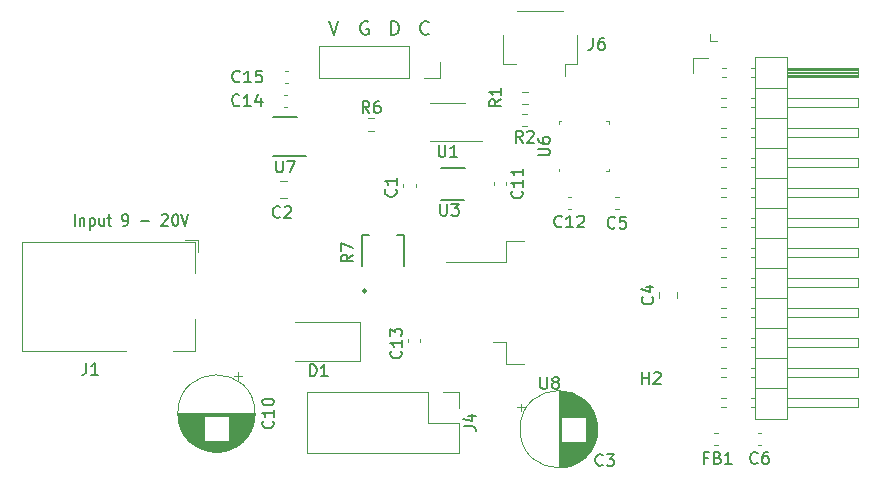
<source format=gbr>
%TF.GenerationSoftware,KiCad,Pcbnew,7.0.2-0*%
%TF.CreationDate,2024-01-05T15:47:56-05:00*%
%TF.ProjectId,WiringHarness,57697269-6e67-4486-9172-6e6573732e6b,rev?*%
%TF.SameCoordinates,Original*%
%TF.FileFunction,Legend,Top*%
%TF.FilePolarity,Positive*%
%FSLAX46Y46*%
G04 Gerber Fmt 4.6, Leading zero omitted, Abs format (unit mm)*
G04 Created by KiCad (PCBNEW 7.0.2-0) date 2024-01-05 15:47:56*
%MOMM*%
%LPD*%
G01*
G04 APERTURE LIST*
%ADD10C,0.150000*%
%ADD11C,0.120000*%
%ADD12C,0.127000*%
%ADD13C,0.240000*%
G04 APERTURE END LIST*
D10*
X149720285Y-77266142D02*
X150120285Y-78466142D01*
X150120285Y-78466142D02*
X150520285Y-77266142D01*
X153060285Y-77323285D02*
X152946000Y-77266142D01*
X152946000Y-77266142D02*
X152774571Y-77266142D01*
X152774571Y-77266142D02*
X152603142Y-77323285D01*
X152603142Y-77323285D02*
X152488857Y-77437571D01*
X152488857Y-77437571D02*
X152431714Y-77551857D01*
X152431714Y-77551857D02*
X152374571Y-77780428D01*
X152374571Y-77780428D02*
X152374571Y-77951857D01*
X152374571Y-77951857D02*
X152431714Y-78180428D01*
X152431714Y-78180428D02*
X152488857Y-78294714D01*
X152488857Y-78294714D02*
X152603142Y-78409000D01*
X152603142Y-78409000D02*
X152774571Y-78466142D01*
X152774571Y-78466142D02*
X152888857Y-78466142D01*
X152888857Y-78466142D02*
X153060285Y-78409000D01*
X153060285Y-78409000D02*
X153117428Y-78351857D01*
X153117428Y-78351857D02*
X153117428Y-77951857D01*
X153117428Y-77951857D02*
X152888857Y-77951857D01*
X158197428Y-78351857D02*
X158140285Y-78409000D01*
X158140285Y-78409000D02*
X157968857Y-78466142D01*
X157968857Y-78466142D02*
X157854571Y-78466142D01*
X157854571Y-78466142D02*
X157683142Y-78409000D01*
X157683142Y-78409000D02*
X157568857Y-78294714D01*
X157568857Y-78294714D02*
X157511714Y-78180428D01*
X157511714Y-78180428D02*
X157454571Y-77951857D01*
X157454571Y-77951857D02*
X157454571Y-77780428D01*
X157454571Y-77780428D02*
X157511714Y-77551857D01*
X157511714Y-77551857D02*
X157568857Y-77437571D01*
X157568857Y-77437571D02*
X157683142Y-77323285D01*
X157683142Y-77323285D02*
X157854571Y-77266142D01*
X157854571Y-77266142D02*
X157968857Y-77266142D01*
X157968857Y-77266142D02*
X158140285Y-77323285D01*
X158140285Y-77323285D02*
X158197428Y-77380428D01*
X154971714Y-78466142D02*
X154971714Y-77266142D01*
X154971714Y-77266142D02*
X155257428Y-77266142D01*
X155257428Y-77266142D02*
X155428857Y-77323285D01*
X155428857Y-77323285D02*
X155543142Y-77437571D01*
X155543142Y-77437571D02*
X155600285Y-77551857D01*
X155600285Y-77551857D02*
X155657428Y-77780428D01*
X155657428Y-77780428D02*
X155657428Y-77951857D01*
X155657428Y-77951857D02*
X155600285Y-78180428D01*
X155600285Y-78180428D02*
X155543142Y-78294714D01*
X155543142Y-78294714D02*
X155428857Y-78409000D01*
X155428857Y-78409000D02*
X155257428Y-78466142D01*
X155257428Y-78466142D02*
X154971714Y-78466142D01*
X128214285Y-94627619D02*
X128214285Y-93627619D01*
X128642856Y-93960952D02*
X128642856Y-94627619D01*
X128642856Y-94056190D02*
X128685713Y-94008571D01*
X128685713Y-94008571D02*
X128771428Y-93960952D01*
X128771428Y-93960952D02*
X128899999Y-93960952D01*
X128899999Y-93960952D02*
X128985713Y-94008571D01*
X128985713Y-94008571D02*
X129028571Y-94103809D01*
X129028571Y-94103809D02*
X129028571Y-94627619D01*
X129457142Y-93960952D02*
X129457142Y-94960952D01*
X129457142Y-94008571D02*
X129542857Y-93960952D01*
X129542857Y-93960952D02*
X129714285Y-93960952D01*
X129714285Y-93960952D02*
X129799999Y-94008571D01*
X129799999Y-94008571D02*
X129842857Y-94056190D01*
X129842857Y-94056190D02*
X129885714Y-94151428D01*
X129885714Y-94151428D02*
X129885714Y-94437142D01*
X129885714Y-94437142D02*
X129842857Y-94532380D01*
X129842857Y-94532380D02*
X129799999Y-94580000D01*
X129799999Y-94580000D02*
X129714285Y-94627619D01*
X129714285Y-94627619D02*
X129542857Y-94627619D01*
X129542857Y-94627619D02*
X129457142Y-94580000D01*
X130657143Y-93960952D02*
X130657143Y-94627619D01*
X130271428Y-93960952D02*
X130271428Y-94484761D01*
X130271428Y-94484761D02*
X130314285Y-94580000D01*
X130314285Y-94580000D02*
X130400000Y-94627619D01*
X130400000Y-94627619D02*
X130528571Y-94627619D01*
X130528571Y-94627619D02*
X130614285Y-94580000D01*
X130614285Y-94580000D02*
X130657143Y-94532380D01*
X130957143Y-93960952D02*
X131300000Y-93960952D01*
X131085714Y-93627619D02*
X131085714Y-94484761D01*
X131085714Y-94484761D02*
X131128571Y-94580000D01*
X131128571Y-94580000D02*
X131214286Y-94627619D01*
X131214286Y-94627619D02*
X131300000Y-94627619D01*
X132328571Y-94627619D02*
X132500000Y-94627619D01*
X132500000Y-94627619D02*
X132585714Y-94580000D01*
X132585714Y-94580000D02*
X132628571Y-94532380D01*
X132628571Y-94532380D02*
X132714286Y-94389523D01*
X132714286Y-94389523D02*
X132757143Y-94199047D01*
X132757143Y-94199047D02*
X132757143Y-93818095D01*
X132757143Y-93818095D02*
X132714286Y-93722857D01*
X132714286Y-93722857D02*
X132671429Y-93675238D01*
X132671429Y-93675238D02*
X132585714Y-93627619D01*
X132585714Y-93627619D02*
X132414286Y-93627619D01*
X132414286Y-93627619D02*
X132328571Y-93675238D01*
X132328571Y-93675238D02*
X132285714Y-93722857D01*
X132285714Y-93722857D02*
X132242857Y-93818095D01*
X132242857Y-93818095D02*
X132242857Y-94056190D01*
X132242857Y-94056190D02*
X132285714Y-94151428D01*
X132285714Y-94151428D02*
X132328571Y-94199047D01*
X132328571Y-94199047D02*
X132414286Y-94246666D01*
X132414286Y-94246666D02*
X132585714Y-94246666D01*
X132585714Y-94246666D02*
X132671429Y-94199047D01*
X132671429Y-94199047D02*
X132714286Y-94151428D01*
X132714286Y-94151428D02*
X132757143Y-94056190D01*
X133828571Y-94246666D02*
X134514286Y-94246666D01*
X135585714Y-93722857D02*
X135628571Y-93675238D01*
X135628571Y-93675238D02*
X135714286Y-93627619D01*
X135714286Y-93627619D02*
X135928571Y-93627619D01*
X135928571Y-93627619D02*
X136014286Y-93675238D01*
X136014286Y-93675238D02*
X136057143Y-93722857D01*
X136057143Y-93722857D02*
X136100000Y-93818095D01*
X136100000Y-93818095D02*
X136100000Y-93913333D01*
X136100000Y-93913333D02*
X136057143Y-94056190D01*
X136057143Y-94056190D02*
X135542857Y-94627619D01*
X135542857Y-94627619D02*
X136100000Y-94627619D01*
X136657143Y-93627619D02*
X136742857Y-93627619D01*
X136742857Y-93627619D02*
X136828571Y-93675238D01*
X136828571Y-93675238D02*
X136871429Y-93722857D01*
X136871429Y-93722857D02*
X136914286Y-93818095D01*
X136914286Y-93818095D02*
X136957143Y-94008571D01*
X136957143Y-94008571D02*
X136957143Y-94246666D01*
X136957143Y-94246666D02*
X136914286Y-94437142D01*
X136914286Y-94437142D02*
X136871429Y-94532380D01*
X136871429Y-94532380D02*
X136828571Y-94580000D01*
X136828571Y-94580000D02*
X136742857Y-94627619D01*
X136742857Y-94627619D02*
X136657143Y-94627619D01*
X136657143Y-94627619D02*
X136571429Y-94580000D01*
X136571429Y-94580000D02*
X136528571Y-94532380D01*
X136528571Y-94532380D02*
X136485714Y-94437142D01*
X136485714Y-94437142D02*
X136442857Y-94246666D01*
X136442857Y-94246666D02*
X136442857Y-94008571D01*
X136442857Y-94008571D02*
X136485714Y-93818095D01*
X136485714Y-93818095D02*
X136528571Y-93722857D01*
X136528571Y-93722857D02*
X136571429Y-93675238D01*
X136571429Y-93675238D02*
X136657143Y-93627619D01*
X137214286Y-93627619D02*
X137514286Y-94627619D01*
X137514286Y-94627619D02*
X137814286Y-93627619D01*
%TO.C,C4*%
X177109380Y-100623666D02*
X177157000Y-100671285D01*
X177157000Y-100671285D02*
X177204619Y-100814142D01*
X177204619Y-100814142D02*
X177204619Y-100909380D01*
X177204619Y-100909380D02*
X177157000Y-101052237D01*
X177157000Y-101052237D02*
X177061761Y-101147475D01*
X177061761Y-101147475D02*
X176966523Y-101195094D01*
X176966523Y-101195094D02*
X176776047Y-101242713D01*
X176776047Y-101242713D02*
X176633190Y-101242713D01*
X176633190Y-101242713D02*
X176442714Y-101195094D01*
X176442714Y-101195094D02*
X176347476Y-101147475D01*
X176347476Y-101147475D02*
X176252238Y-101052237D01*
X176252238Y-101052237D02*
X176204619Y-100909380D01*
X176204619Y-100909380D02*
X176204619Y-100814142D01*
X176204619Y-100814142D02*
X176252238Y-100671285D01*
X176252238Y-100671285D02*
X176299857Y-100623666D01*
X176537952Y-99766523D02*
X177204619Y-99766523D01*
X176157000Y-100004618D02*
X176871285Y-100242713D01*
X176871285Y-100242713D02*
X176871285Y-99623666D01*
%TO.C,C15*%
X142181342Y-82383980D02*
X142133723Y-82431600D01*
X142133723Y-82431600D02*
X141990866Y-82479219D01*
X141990866Y-82479219D02*
X141895628Y-82479219D01*
X141895628Y-82479219D02*
X141752771Y-82431600D01*
X141752771Y-82431600D02*
X141657533Y-82336361D01*
X141657533Y-82336361D02*
X141609914Y-82241123D01*
X141609914Y-82241123D02*
X141562295Y-82050647D01*
X141562295Y-82050647D02*
X141562295Y-81907790D01*
X141562295Y-81907790D02*
X141609914Y-81717314D01*
X141609914Y-81717314D02*
X141657533Y-81622076D01*
X141657533Y-81622076D02*
X141752771Y-81526838D01*
X141752771Y-81526838D02*
X141895628Y-81479219D01*
X141895628Y-81479219D02*
X141990866Y-81479219D01*
X141990866Y-81479219D02*
X142133723Y-81526838D01*
X142133723Y-81526838D02*
X142181342Y-81574457D01*
X143133723Y-82479219D02*
X142562295Y-82479219D01*
X142848009Y-82479219D02*
X142848009Y-81479219D01*
X142848009Y-81479219D02*
X142752771Y-81622076D01*
X142752771Y-81622076D02*
X142657533Y-81717314D01*
X142657533Y-81717314D02*
X142562295Y-81764933D01*
X144038485Y-81479219D02*
X143562295Y-81479219D01*
X143562295Y-81479219D02*
X143514676Y-81955409D01*
X143514676Y-81955409D02*
X143562295Y-81907790D01*
X143562295Y-81907790D02*
X143657533Y-81860171D01*
X143657533Y-81860171D02*
X143895628Y-81860171D01*
X143895628Y-81860171D02*
X143990866Y-81907790D01*
X143990866Y-81907790D02*
X144038485Y-81955409D01*
X144038485Y-81955409D02*
X144086104Y-82050647D01*
X144086104Y-82050647D02*
X144086104Y-82288742D01*
X144086104Y-82288742D02*
X144038485Y-82383980D01*
X144038485Y-82383980D02*
X143990866Y-82431600D01*
X143990866Y-82431600D02*
X143895628Y-82479219D01*
X143895628Y-82479219D02*
X143657533Y-82479219D01*
X143657533Y-82479219D02*
X143562295Y-82431600D01*
X143562295Y-82431600D02*
X143514676Y-82383980D01*
%TO.C,J4*%
X161162619Y-111603333D02*
X161876904Y-111603333D01*
X161876904Y-111603333D02*
X162019761Y-111650952D01*
X162019761Y-111650952D02*
X162115000Y-111746190D01*
X162115000Y-111746190D02*
X162162619Y-111889047D01*
X162162619Y-111889047D02*
X162162619Y-111984285D01*
X161495952Y-110698571D02*
X162162619Y-110698571D01*
X161115000Y-110936666D02*
X161829285Y-111174761D01*
X161829285Y-111174761D02*
X161829285Y-110555714D01*
%TO.C,C5*%
X173950333Y-94753780D02*
X173902714Y-94801400D01*
X173902714Y-94801400D02*
X173759857Y-94849019D01*
X173759857Y-94849019D02*
X173664619Y-94849019D01*
X173664619Y-94849019D02*
X173521762Y-94801400D01*
X173521762Y-94801400D02*
X173426524Y-94706161D01*
X173426524Y-94706161D02*
X173378905Y-94610923D01*
X173378905Y-94610923D02*
X173331286Y-94420447D01*
X173331286Y-94420447D02*
X173331286Y-94277590D01*
X173331286Y-94277590D02*
X173378905Y-94087114D01*
X173378905Y-94087114D02*
X173426524Y-93991876D01*
X173426524Y-93991876D02*
X173521762Y-93896638D01*
X173521762Y-93896638D02*
X173664619Y-93849019D01*
X173664619Y-93849019D02*
X173759857Y-93849019D01*
X173759857Y-93849019D02*
X173902714Y-93896638D01*
X173902714Y-93896638D02*
X173950333Y-93944257D01*
X174855095Y-93849019D02*
X174378905Y-93849019D01*
X174378905Y-93849019D02*
X174331286Y-94325209D01*
X174331286Y-94325209D02*
X174378905Y-94277590D01*
X174378905Y-94277590D02*
X174474143Y-94229971D01*
X174474143Y-94229971D02*
X174712238Y-94229971D01*
X174712238Y-94229971D02*
X174807476Y-94277590D01*
X174807476Y-94277590D02*
X174855095Y-94325209D01*
X174855095Y-94325209D02*
X174902714Y-94420447D01*
X174902714Y-94420447D02*
X174902714Y-94658542D01*
X174902714Y-94658542D02*
X174855095Y-94753780D01*
X174855095Y-94753780D02*
X174807476Y-94801400D01*
X174807476Y-94801400D02*
X174712238Y-94849019D01*
X174712238Y-94849019D02*
X174474143Y-94849019D01*
X174474143Y-94849019D02*
X174378905Y-94801400D01*
X174378905Y-94801400D02*
X174331286Y-94753780D01*
%TO.C,C12*%
X169435542Y-94652180D02*
X169387923Y-94699800D01*
X169387923Y-94699800D02*
X169245066Y-94747419D01*
X169245066Y-94747419D02*
X169149828Y-94747419D01*
X169149828Y-94747419D02*
X169006971Y-94699800D01*
X169006971Y-94699800D02*
X168911733Y-94604561D01*
X168911733Y-94604561D02*
X168864114Y-94509323D01*
X168864114Y-94509323D02*
X168816495Y-94318847D01*
X168816495Y-94318847D02*
X168816495Y-94175990D01*
X168816495Y-94175990D02*
X168864114Y-93985514D01*
X168864114Y-93985514D02*
X168911733Y-93890276D01*
X168911733Y-93890276D02*
X169006971Y-93795038D01*
X169006971Y-93795038D02*
X169149828Y-93747419D01*
X169149828Y-93747419D02*
X169245066Y-93747419D01*
X169245066Y-93747419D02*
X169387923Y-93795038D01*
X169387923Y-93795038D02*
X169435542Y-93842657D01*
X170387923Y-94747419D02*
X169816495Y-94747419D01*
X170102209Y-94747419D02*
X170102209Y-93747419D01*
X170102209Y-93747419D02*
X170006971Y-93890276D01*
X170006971Y-93890276D02*
X169911733Y-93985514D01*
X169911733Y-93985514D02*
X169816495Y-94033133D01*
X170768876Y-93842657D02*
X170816495Y-93795038D01*
X170816495Y-93795038D02*
X170911733Y-93747419D01*
X170911733Y-93747419D02*
X171149828Y-93747419D01*
X171149828Y-93747419D02*
X171245066Y-93795038D01*
X171245066Y-93795038D02*
X171292685Y-93842657D01*
X171292685Y-93842657D02*
X171340304Y-93937895D01*
X171340304Y-93937895D02*
X171340304Y-94033133D01*
X171340304Y-94033133D02*
X171292685Y-94175990D01*
X171292685Y-94175990D02*
X170721257Y-94747419D01*
X170721257Y-94747419D02*
X171340304Y-94747419D01*
%TO.C,C13*%
X155817380Y-105217857D02*
X155865000Y-105265476D01*
X155865000Y-105265476D02*
X155912619Y-105408333D01*
X155912619Y-105408333D02*
X155912619Y-105503571D01*
X155912619Y-105503571D02*
X155865000Y-105646428D01*
X155865000Y-105646428D02*
X155769761Y-105741666D01*
X155769761Y-105741666D02*
X155674523Y-105789285D01*
X155674523Y-105789285D02*
X155484047Y-105836904D01*
X155484047Y-105836904D02*
X155341190Y-105836904D01*
X155341190Y-105836904D02*
X155150714Y-105789285D01*
X155150714Y-105789285D02*
X155055476Y-105741666D01*
X155055476Y-105741666D02*
X154960238Y-105646428D01*
X154960238Y-105646428D02*
X154912619Y-105503571D01*
X154912619Y-105503571D02*
X154912619Y-105408333D01*
X154912619Y-105408333D02*
X154960238Y-105265476D01*
X154960238Y-105265476D02*
X155007857Y-105217857D01*
X155912619Y-104265476D02*
X155912619Y-104836904D01*
X155912619Y-104551190D02*
X154912619Y-104551190D01*
X154912619Y-104551190D02*
X155055476Y-104646428D01*
X155055476Y-104646428D02*
X155150714Y-104741666D01*
X155150714Y-104741666D02*
X155198333Y-104836904D01*
X154912619Y-103932142D02*
X154912619Y-103313095D01*
X154912619Y-103313095D02*
X155293571Y-103646428D01*
X155293571Y-103646428D02*
X155293571Y-103503571D01*
X155293571Y-103503571D02*
X155341190Y-103408333D01*
X155341190Y-103408333D02*
X155388809Y-103360714D01*
X155388809Y-103360714D02*
X155484047Y-103313095D01*
X155484047Y-103313095D02*
X155722142Y-103313095D01*
X155722142Y-103313095D02*
X155817380Y-103360714D01*
X155817380Y-103360714D02*
X155865000Y-103408333D01*
X155865000Y-103408333D02*
X155912619Y-103503571D01*
X155912619Y-103503571D02*
X155912619Y-103789285D01*
X155912619Y-103789285D02*
X155865000Y-103884523D01*
X155865000Y-103884523D02*
X155817380Y-103932142D01*
%TO.C,H2*%
X176238095Y-108012619D02*
X176238095Y-107012619D01*
X176238095Y-107488809D02*
X176809523Y-107488809D01*
X176809523Y-108012619D02*
X176809523Y-107012619D01*
X177238095Y-107107857D02*
X177285714Y-107060238D01*
X177285714Y-107060238D02*
X177380952Y-107012619D01*
X177380952Y-107012619D02*
X177619047Y-107012619D01*
X177619047Y-107012619D02*
X177714285Y-107060238D01*
X177714285Y-107060238D02*
X177761904Y-107107857D01*
X177761904Y-107107857D02*
X177809523Y-107203095D01*
X177809523Y-107203095D02*
X177809523Y-107298333D01*
X177809523Y-107298333D02*
X177761904Y-107441190D01*
X177761904Y-107441190D02*
X177190476Y-108012619D01*
X177190476Y-108012619D02*
X177809523Y-108012619D01*
%TO.C,U8*%
X167640095Y-107412619D02*
X167640095Y-108222142D01*
X167640095Y-108222142D02*
X167687714Y-108317380D01*
X167687714Y-108317380D02*
X167735333Y-108365000D01*
X167735333Y-108365000D02*
X167830571Y-108412619D01*
X167830571Y-108412619D02*
X168021047Y-108412619D01*
X168021047Y-108412619D02*
X168116285Y-108365000D01*
X168116285Y-108365000D02*
X168163904Y-108317380D01*
X168163904Y-108317380D02*
X168211523Y-108222142D01*
X168211523Y-108222142D02*
X168211523Y-107412619D01*
X168830571Y-107841190D02*
X168735333Y-107793571D01*
X168735333Y-107793571D02*
X168687714Y-107745952D01*
X168687714Y-107745952D02*
X168640095Y-107650714D01*
X168640095Y-107650714D02*
X168640095Y-107603095D01*
X168640095Y-107603095D02*
X168687714Y-107507857D01*
X168687714Y-107507857D02*
X168735333Y-107460238D01*
X168735333Y-107460238D02*
X168830571Y-107412619D01*
X168830571Y-107412619D02*
X169021047Y-107412619D01*
X169021047Y-107412619D02*
X169116285Y-107460238D01*
X169116285Y-107460238D02*
X169163904Y-107507857D01*
X169163904Y-107507857D02*
X169211523Y-107603095D01*
X169211523Y-107603095D02*
X169211523Y-107650714D01*
X169211523Y-107650714D02*
X169163904Y-107745952D01*
X169163904Y-107745952D02*
X169116285Y-107793571D01*
X169116285Y-107793571D02*
X169021047Y-107841190D01*
X169021047Y-107841190D02*
X168830571Y-107841190D01*
X168830571Y-107841190D02*
X168735333Y-107888809D01*
X168735333Y-107888809D02*
X168687714Y-107936428D01*
X168687714Y-107936428D02*
X168640095Y-108031666D01*
X168640095Y-108031666D02*
X168640095Y-108222142D01*
X168640095Y-108222142D02*
X168687714Y-108317380D01*
X168687714Y-108317380D02*
X168735333Y-108365000D01*
X168735333Y-108365000D02*
X168830571Y-108412619D01*
X168830571Y-108412619D02*
X169021047Y-108412619D01*
X169021047Y-108412619D02*
X169116285Y-108365000D01*
X169116285Y-108365000D02*
X169163904Y-108317380D01*
X169163904Y-108317380D02*
X169211523Y-108222142D01*
X169211523Y-108222142D02*
X169211523Y-108031666D01*
X169211523Y-108031666D02*
X169163904Y-107936428D01*
X169163904Y-107936428D02*
X169116285Y-107888809D01*
X169116285Y-107888809D02*
X169021047Y-107841190D01*
%TO.C,C2*%
X145603333Y-93837380D02*
X145555714Y-93885000D01*
X145555714Y-93885000D02*
X145412857Y-93932619D01*
X145412857Y-93932619D02*
X145317619Y-93932619D01*
X145317619Y-93932619D02*
X145174762Y-93885000D01*
X145174762Y-93885000D02*
X145079524Y-93789761D01*
X145079524Y-93789761D02*
X145031905Y-93694523D01*
X145031905Y-93694523D02*
X144984286Y-93504047D01*
X144984286Y-93504047D02*
X144984286Y-93361190D01*
X144984286Y-93361190D02*
X145031905Y-93170714D01*
X145031905Y-93170714D02*
X145079524Y-93075476D01*
X145079524Y-93075476D02*
X145174762Y-92980238D01*
X145174762Y-92980238D02*
X145317619Y-92932619D01*
X145317619Y-92932619D02*
X145412857Y-92932619D01*
X145412857Y-92932619D02*
X145555714Y-92980238D01*
X145555714Y-92980238D02*
X145603333Y-93027857D01*
X145984286Y-93027857D02*
X146031905Y-92980238D01*
X146031905Y-92980238D02*
X146127143Y-92932619D01*
X146127143Y-92932619D02*
X146365238Y-92932619D01*
X146365238Y-92932619D02*
X146460476Y-92980238D01*
X146460476Y-92980238D02*
X146508095Y-93027857D01*
X146508095Y-93027857D02*
X146555714Y-93123095D01*
X146555714Y-93123095D02*
X146555714Y-93218333D01*
X146555714Y-93218333D02*
X146508095Y-93361190D01*
X146508095Y-93361190D02*
X145936667Y-93932619D01*
X145936667Y-93932619D02*
X146555714Y-93932619D01*
%TO.C,C3*%
X172908933Y-114845180D02*
X172861314Y-114892800D01*
X172861314Y-114892800D02*
X172718457Y-114940419D01*
X172718457Y-114940419D02*
X172623219Y-114940419D01*
X172623219Y-114940419D02*
X172480362Y-114892800D01*
X172480362Y-114892800D02*
X172385124Y-114797561D01*
X172385124Y-114797561D02*
X172337505Y-114702323D01*
X172337505Y-114702323D02*
X172289886Y-114511847D01*
X172289886Y-114511847D02*
X172289886Y-114368990D01*
X172289886Y-114368990D02*
X172337505Y-114178514D01*
X172337505Y-114178514D02*
X172385124Y-114083276D01*
X172385124Y-114083276D02*
X172480362Y-113988038D01*
X172480362Y-113988038D02*
X172623219Y-113940419D01*
X172623219Y-113940419D02*
X172718457Y-113940419D01*
X172718457Y-113940419D02*
X172861314Y-113988038D01*
X172861314Y-113988038D02*
X172908933Y-114035657D01*
X173242267Y-113940419D02*
X173861314Y-113940419D01*
X173861314Y-113940419D02*
X173527981Y-114321371D01*
X173527981Y-114321371D02*
X173670838Y-114321371D01*
X173670838Y-114321371D02*
X173766076Y-114368990D01*
X173766076Y-114368990D02*
X173813695Y-114416609D01*
X173813695Y-114416609D02*
X173861314Y-114511847D01*
X173861314Y-114511847D02*
X173861314Y-114749942D01*
X173861314Y-114749942D02*
X173813695Y-114845180D01*
X173813695Y-114845180D02*
X173766076Y-114892800D01*
X173766076Y-114892800D02*
X173670838Y-114940419D01*
X173670838Y-114940419D02*
X173385124Y-114940419D01*
X173385124Y-114940419D02*
X173289886Y-114892800D01*
X173289886Y-114892800D02*
X173242267Y-114845180D01*
%TO.C,U3*%
X159153095Y-92755019D02*
X159153095Y-93564542D01*
X159153095Y-93564542D02*
X159200714Y-93659780D01*
X159200714Y-93659780D02*
X159248333Y-93707400D01*
X159248333Y-93707400D02*
X159343571Y-93755019D01*
X159343571Y-93755019D02*
X159534047Y-93755019D01*
X159534047Y-93755019D02*
X159629285Y-93707400D01*
X159629285Y-93707400D02*
X159676904Y-93659780D01*
X159676904Y-93659780D02*
X159724523Y-93564542D01*
X159724523Y-93564542D02*
X159724523Y-92755019D01*
X160105476Y-92755019D02*
X160724523Y-92755019D01*
X160724523Y-92755019D02*
X160391190Y-93135971D01*
X160391190Y-93135971D02*
X160534047Y-93135971D01*
X160534047Y-93135971D02*
X160629285Y-93183590D01*
X160629285Y-93183590D02*
X160676904Y-93231209D01*
X160676904Y-93231209D02*
X160724523Y-93326447D01*
X160724523Y-93326447D02*
X160724523Y-93564542D01*
X160724523Y-93564542D02*
X160676904Y-93659780D01*
X160676904Y-93659780D02*
X160629285Y-93707400D01*
X160629285Y-93707400D02*
X160534047Y-93755019D01*
X160534047Y-93755019D02*
X160248333Y-93755019D01*
X160248333Y-93755019D02*
X160153095Y-93707400D01*
X160153095Y-93707400D02*
X160105476Y-93659780D01*
%TO.C,D1*%
X148105905Y-107356619D02*
X148105905Y-106356619D01*
X148105905Y-106356619D02*
X148344000Y-106356619D01*
X148344000Y-106356619D02*
X148486857Y-106404238D01*
X148486857Y-106404238D02*
X148582095Y-106499476D01*
X148582095Y-106499476D02*
X148629714Y-106594714D01*
X148629714Y-106594714D02*
X148677333Y-106785190D01*
X148677333Y-106785190D02*
X148677333Y-106928047D01*
X148677333Y-106928047D02*
X148629714Y-107118523D01*
X148629714Y-107118523D02*
X148582095Y-107213761D01*
X148582095Y-107213761D02*
X148486857Y-107309000D01*
X148486857Y-107309000D02*
X148344000Y-107356619D01*
X148344000Y-107356619D02*
X148105905Y-107356619D01*
X149629714Y-107356619D02*
X149058286Y-107356619D01*
X149344000Y-107356619D02*
X149344000Y-106356619D01*
X149344000Y-106356619D02*
X149248762Y-106499476D01*
X149248762Y-106499476D02*
X149153524Y-106594714D01*
X149153524Y-106594714D02*
X149058286Y-106642333D01*
%TO.C,J6*%
X172081866Y-78710619D02*
X172081866Y-79424904D01*
X172081866Y-79424904D02*
X172034247Y-79567761D01*
X172034247Y-79567761D02*
X171939009Y-79663000D01*
X171939009Y-79663000D02*
X171796152Y-79710619D01*
X171796152Y-79710619D02*
X171700914Y-79710619D01*
X172986628Y-78710619D02*
X172796152Y-78710619D01*
X172796152Y-78710619D02*
X172700914Y-78758238D01*
X172700914Y-78758238D02*
X172653295Y-78805857D01*
X172653295Y-78805857D02*
X172558057Y-78948714D01*
X172558057Y-78948714D02*
X172510438Y-79139190D01*
X172510438Y-79139190D02*
X172510438Y-79520142D01*
X172510438Y-79520142D02*
X172558057Y-79615380D01*
X172558057Y-79615380D02*
X172605676Y-79663000D01*
X172605676Y-79663000D02*
X172700914Y-79710619D01*
X172700914Y-79710619D02*
X172891390Y-79710619D01*
X172891390Y-79710619D02*
X172986628Y-79663000D01*
X172986628Y-79663000D02*
X173034247Y-79615380D01*
X173034247Y-79615380D02*
X173081866Y-79520142D01*
X173081866Y-79520142D02*
X173081866Y-79282047D01*
X173081866Y-79282047D02*
X173034247Y-79186809D01*
X173034247Y-79186809D02*
X172986628Y-79139190D01*
X172986628Y-79139190D02*
X172891390Y-79091571D01*
X172891390Y-79091571D02*
X172700914Y-79091571D01*
X172700914Y-79091571D02*
X172605676Y-79139190D01*
X172605676Y-79139190D02*
X172558057Y-79186809D01*
X172558057Y-79186809D02*
X172510438Y-79282047D01*
%TO.C,FB1*%
X181792666Y-114238809D02*
X181459333Y-114238809D01*
X181459333Y-114762619D02*
X181459333Y-113762619D01*
X181459333Y-113762619D02*
X181935523Y-113762619D01*
X182649809Y-114238809D02*
X182792666Y-114286428D01*
X182792666Y-114286428D02*
X182840285Y-114334047D01*
X182840285Y-114334047D02*
X182887904Y-114429285D01*
X182887904Y-114429285D02*
X182887904Y-114572142D01*
X182887904Y-114572142D02*
X182840285Y-114667380D01*
X182840285Y-114667380D02*
X182792666Y-114715000D01*
X182792666Y-114715000D02*
X182697428Y-114762619D01*
X182697428Y-114762619D02*
X182316476Y-114762619D01*
X182316476Y-114762619D02*
X182316476Y-113762619D01*
X182316476Y-113762619D02*
X182649809Y-113762619D01*
X182649809Y-113762619D02*
X182745047Y-113810238D01*
X182745047Y-113810238D02*
X182792666Y-113857857D01*
X182792666Y-113857857D02*
X182840285Y-113953095D01*
X182840285Y-113953095D02*
X182840285Y-114048333D01*
X182840285Y-114048333D02*
X182792666Y-114143571D01*
X182792666Y-114143571D02*
X182745047Y-114191190D01*
X182745047Y-114191190D02*
X182649809Y-114238809D01*
X182649809Y-114238809D02*
X182316476Y-114238809D01*
X183840285Y-114762619D02*
X183268857Y-114762619D01*
X183554571Y-114762619D02*
X183554571Y-113762619D01*
X183554571Y-113762619D02*
X183459333Y-113905476D01*
X183459333Y-113905476D02*
X183364095Y-114000714D01*
X183364095Y-114000714D02*
X183268857Y-114048333D01*
%TO.C,C6*%
X186015333Y-114667380D02*
X185967714Y-114715000D01*
X185967714Y-114715000D02*
X185824857Y-114762619D01*
X185824857Y-114762619D02*
X185729619Y-114762619D01*
X185729619Y-114762619D02*
X185586762Y-114715000D01*
X185586762Y-114715000D02*
X185491524Y-114619761D01*
X185491524Y-114619761D02*
X185443905Y-114524523D01*
X185443905Y-114524523D02*
X185396286Y-114334047D01*
X185396286Y-114334047D02*
X185396286Y-114191190D01*
X185396286Y-114191190D02*
X185443905Y-114000714D01*
X185443905Y-114000714D02*
X185491524Y-113905476D01*
X185491524Y-113905476D02*
X185586762Y-113810238D01*
X185586762Y-113810238D02*
X185729619Y-113762619D01*
X185729619Y-113762619D02*
X185824857Y-113762619D01*
X185824857Y-113762619D02*
X185967714Y-113810238D01*
X185967714Y-113810238D02*
X186015333Y-113857857D01*
X186872476Y-113762619D02*
X186682000Y-113762619D01*
X186682000Y-113762619D02*
X186586762Y-113810238D01*
X186586762Y-113810238D02*
X186539143Y-113857857D01*
X186539143Y-113857857D02*
X186443905Y-114000714D01*
X186443905Y-114000714D02*
X186396286Y-114191190D01*
X186396286Y-114191190D02*
X186396286Y-114572142D01*
X186396286Y-114572142D02*
X186443905Y-114667380D01*
X186443905Y-114667380D02*
X186491524Y-114715000D01*
X186491524Y-114715000D02*
X186586762Y-114762619D01*
X186586762Y-114762619D02*
X186777238Y-114762619D01*
X186777238Y-114762619D02*
X186872476Y-114715000D01*
X186872476Y-114715000D02*
X186920095Y-114667380D01*
X186920095Y-114667380D02*
X186967714Y-114572142D01*
X186967714Y-114572142D02*
X186967714Y-114334047D01*
X186967714Y-114334047D02*
X186920095Y-114238809D01*
X186920095Y-114238809D02*
X186872476Y-114191190D01*
X186872476Y-114191190D02*
X186777238Y-114143571D01*
X186777238Y-114143571D02*
X186586762Y-114143571D01*
X186586762Y-114143571D02*
X186491524Y-114191190D01*
X186491524Y-114191190D02*
X186443905Y-114238809D01*
X186443905Y-114238809D02*
X186396286Y-114334047D01*
%TO.C,C11*%
X166047380Y-91667857D02*
X166095000Y-91715476D01*
X166095000Y-91715476D02*
X166142619Y-91858333D01*
X166142619Y-91858333D02*
X166142619Y-91953571D01*
X166142619Y-91953571D02*
X166095000Y-92096428D01*
X166095000Y-92096428D02*
X165999761Y-92191666D01*
X165999761Y-92191666D02*
X165904523Y-92239285D01*
X165904523Y-92239285D02*
X165714047Y-92286904D01*
X165714047Y-92286904D02*
X165571190Y-92286904D01*
X165571190Y-92286904D02*
X165380714Y-92239285D01*
X165380714Y-92239285D02*
X165285476Y-92191666D01*
X165285476Y-92191666D02*
X165190238Y-92096428D01*
X165190238Y-92096428D02*
X165142619Y-91953571D01*
X165142619Y-91953571D02*
X165142619Y-91858333D01*
X165142619Y-91858333D02*
X165190238Y-91715476D01*
X165190238Y-91715476D02*
X165237857Y-91667857D01*
X166142619Y-90715476D02*
X166142619Y-91286904D01*
X166142619Y-91001190D02*
X165142619Y-91001190D01*
X165142619Y-91001190D02*
X165285476Y-91096428D01*
X165285476Y-91096428D02*
X165380714Y-91191666D01*
X165380714Y-91191666D02*
X165428333Y-91286904D01*
X166142619Y-89763095D02*
X166142619Y-90334523D01*
X166142619Y-90048809D02*
X165142619Y-90048809D01*
X165142619Y-90048809D02*
X165285476Y-90144047D01*
X165285476Y-90144047D02*
X165380714Y-90239285D01*
X165380714Y-90239285D02*
X165428333Y-90334523D01*
%TO.C,U1*%
X159008395Y-87764619D02*
X159008395Y-88574142D01*
X159008395Y-88574142D02*
X159056014Y-88669380D01*
X159056014Y-88669380D02*
X159103633Y-88717000D01*
X159103633Y-88717000D02*
X159198871Y-88764619D01*
X159198871Y-88764619D02*
X159389347Y-88764619D01*
X159389347Y-88764619D02*
X159484585Y-88717000D01*
X159484585Y-88717000D02*
X159532204Y-88669380D01*
X159532204Y-88669380D02*
X159579823Y-88574142D01*
X159579823Y-88574142D02*
X159579823Y-87764619D01*
X160579823Y-88764619D02*
X160008395Y-88764619D01*
X160294109Y-88764619D02*
X160294109Y-87764619D01*
X160294109Y-87764619D02*
X160198871Y-87907476D01*
X160198871Y-87907476D02*
X160103633Y-88002714D01*
X160103633Y-88002714D02*
X160008395Y-88050333D01*
%TO.C,J1*%
X129166666Y-106212619D02*
X129166666Y-106926904D01*
X129166666Y-106926904D02*
X129119047Y-107069761D01*
X129119047Y-107069761D02*
X129023809Y-107165000D01*
X129023809Y-107165000D02*
X128880952Y-107212619D01*
X128880952Y-107212619D02*
X128785714Y-107212619D01*
X130166666Y-107212619D02*
X129595238Y-107212619D01*
X129880952Y-107212619D02*
X129880952Y-106212619D01*
X129880952Y-106212619D02*
X129785714Y-106355476D01*
X129785714Y-106355476D02*
X129690476Y-106450714D01*
X129690476Y-106450714D02*
X129595238Y-106498333D01*
%TO.C,R6*%
X153147733Y-85062419D02*
X152814400Y-84586228D01*
X152576305Y-85062419D02*
X152576305Y-84062419D01*
X152576305Y-84062419D02*
X152957257Y-84062419D01*
X152957257Y-84062419D02*
X153052495Y-84110038D01*
X153052495Y-84110038D02*
X153100114Y-84157657D01*
X153100114Y-84157657D02*
X153147733Y-84252895D01*
X153147733Y-84252895D02*
X153147733Y-84395752D01*
X153147733Y-84395752D02*
X153100114Y-84490990D01*
X153100114Y-84490990D02*
X153052495Y-84538609D01*
X153052495Y-84538609D02*
X152957257Y-84586228D01*
X152957257Y-84586228D02*
X152576305Y-84586228D01*
X154004876Y-84062419D02*
X153814400Y-84062419D01*
X153814400Y-84062419D02*
X153719162Y-84110038D01*
X153719162Y-84110038D02*
X153671543Y-84157657D01*
X153671543Y-84157657D02*
X153576305Y-84300514D01*
X153576305Y-84300514D02*
X153528686Y-84490990D01*
X153528686Y-84490990D02*
X153528686Y-84871942D01*
X153528686Y-84871942D02*
X153576305Y-84967180D01*
X153576305Y-84967180D02*
X153623924Y-85014800D01*
X153623924Y-85014800D02*
X153719162Y-85062419D01*
X153719162Y-85062419D02*
X153909638Y-85062419D01*
X153909638Y-85062419D02*
X154004876Y-85014800D01*
X154004876Y-85014800D02*
X154052495Y-84967180D01*
X154052495Y-84967180D02*
X154100114Y-84871942D01*
X154100114Y-84871942D02*
X154100114Y-84633847D01*
X154100114Y-84633847D02*
X154052495Y-84538609D01*
X154052495Y-84538609D02*
X154004876Y-84490990D01*
X154004876Y-84490990D02*
X153909638Y-84443371D01*
X153909638Y-84443371D02*
X153719162Y-84443371D01*
X153719162Y-84443371D02*
X153623924Y-84490990D01*
X153623924Y-84490990D02*
X153576305Y-84538609D01*
X153576305Y-84538609D02*
X153528686Y-84633847D01*
%TO.C,R7*%
X151759230Y-97053043D02*
X151282961Y-97386431D01*
X151759230Y-97624566D02*
X150759065Y-97624566D01*
X150759065Y-97624566D02*
X150759065Y-97243551D01*
X150759065Y-97243551D02*
X150806692Y-97148297D01*
X150806692Y-97148297D02*
X150854319Y-97100670D01*
X150854319Y-97100670D02*
X150949573Y-97053043D01*
X150949573Y-97053043D02*
X151092454Y-97053043D01*
X151092454Y-97053043D02*
X151187708Y-97100670D01*
X151187708Y-97100670D02*
X151235334Y-97148297D01*
X151235334Y-97148297D02*
X151282961Y-97243551D01*
X151282961Y-97243551D02*
X151282961Y-97624566D01*
X150759065Y-96719655D02*
X150759065Y-96052878D01*
X150759065Y-96052878D02*
X151759230Y-96481520D01*
%TO.C,C10*%
X144967380Y-111142857D02*
X145015000Y-111190476D01*
X145015000Y-111190476D02*
X145062619Y-111333333D01*
X145062619Y-111333333D02*
X145062619Y-111428571D01*
X145062619Y-111428571D02*
X145015000Y-111571428D01*
X145015000Y-111571428D02*
X144919761Y-111666666D01*
X144919761Y-111666666D02*
X144824523Y-111714285D01*
X144824523Y-111714285D02*
X144634047Y-111761904D01*
X144634047Y-111761904D02*
X144491190Y-111761904D01*
X144491190Y-111761904D02*
X144300714Y-111714285D01*
X144300714Y-111714285D02*
X144205476Y-111666666D01*
X144205476Y-111666666D02*
X144110238Y-111571428D01*
X144110238Y-111571428D02*
X144062619Y-111428571D01*
X144062619Y-111428571D02*
X144062619Y-111333333D01*
X144062619Y-111333333D02*
X144110238Y-111190476D01*
X144110238Y-111190476D02*
X144157857Y-111142857D01*
X145062619Y-110190476D02*
X145062619Y-110761904D01*
X145062619Y-110476190D02*
X144062619Y-110476190D01*
X144062619Y-110476190D02*
X144205476Y-110571428D01*
X144205476Y-110571428D02*
X144300714Y-110666666D01*
X144300714Y-110666666D02*
X144348333Y-110761904D01*
X144062619Y-109571428D02*
X144062619Y-109476190D01*
X144062619Y-109476190D02*
X144110238Y-109380952D01*
X144110238Y-109380952D02*
X144157857Y-109333333D01*
X144157857Y-109333333D02*
X144253095Y-109285714D01*
X144253095Y-109285714D02*
X144443571Y-109238095D01*
X144443571Y-109238095D02*
X144681666Y-109238095D01*
X144681666Y-109238095D02*
X144872142Y-109285714D01*
X144872142Y-109285714D02*
X144967380Y-109333333D01*
X144967380Y-109333333D02*
X145015000Y-109380952D01*
X145015000Y-109380952D02*
X145062619Y-109476190D01*
X145062619Y-109476190D02*
X145062619Y-109571428D01*
X145062619Y-109571428D02*
X145015000Y-109666666D01*
X145015000Y-109666666D02*
X144967380Y-109714285D01*
X144967380Y-109714285D02*
X144872142Y-109761904D01*
X144872142Y-109761904D02*
X144681666Y-109809523D01*
X144681666Y-109809523D02*
X144443571Y-109809523D01*
X144443571Y-109809523D02*
X144253095Y-109761904D01*
X144253095Y-109761904D02*
X144157857Y-109714285D01*
X144157857Y-109714285D02*
X144110238Y-109666666D01*
X144110238Y-109666666D02*
X144062619Y-109571428D01*
%TO.C,C14*%
X142155942Y-84390580D02*
X142108323Y-84438200D01*
X142108323Y-84438200D02*
X141965466Y-84485819D01*
X141965466Y-84485819D02*
X141870228Y-84485819D01*
X141870228Y-84485819D02*
X141727371Y-84438200D01*
X141727371Y-84438200D02*
X141632133Y-84342961D01*
X141632133Y-84342961D02*
X141584514Y-84247723D01*
X141584514Y-84247723D02*
X141536895Y-84057247D01*
X141536895Y-84057247D02*
X141536895Y-83914390D01*
X141536895Y-83914390D02*
X141584514Y-83723914D01*
X141584514Y-83723914D02*
X141632133Y-83628676D01*
X141632133Y-83628676D02*
X141727371Y-83533438D01*
X141727371Y-83533438D02*
X141870228Y-83485819D01*
X141870228Y-83485819D02*
X141965466Y-83485819D01*
X141965466Y-83485819D02*
X142108323Y-83533438D01*
X142108323Y-83533438D02*
X142155942Y-83581057D01*
X143108323Y-84485819D02*
X142536895Y-84485819D01*
X142822609Y-84485819D02*
X142822609Y-83485819D01*
X142822609Y-83485819D02*
X142727371Y-83628676D01*
X142727371Y-83628676D02*
X142632133Y-83723914D01*
X142632133Y-83723914D02*
X142536895Y-83771533D01*
X143965466Y-83819152D02*
X143965466Y-84485819D01*
X143727371Y-83438200D02*
X143489276Y-84152485D01*
X143489276Y-84152485D02*
X144108323Y-84152485D01*
%TO.C,R2*%
X166127133Y-87566819D02*
X165793800Y-87090628D01*
X165555705Y-87566819D02*
X165555705Y-86566819D01*
X165555705Y-86566819D02*
X165936657Y-86566819D01*
X165936657Y-86566819D02*
X166031895Y-86614438D01*
X166031895Y-86614438D02*
X166079514Y-86662057D01*
X166079514Y-86662057D02*
X166127133Y-86757295D01*
X166127133Y-86757295D02*
X166127133Y-86900152D01*
X166127133Y-86900152D02*
X166079514Y-86995390D01*
X166079514Y-86995390D02*
X166031895Y-87043009D01*
X166031895Y-87043009D02*
X165936657Y-87090628D01*
X165936657Y-87090628D02*
X165555705Y-87090628D01*
X166508086Y-86662057D02*
X166555705Y-86614438D01*
X166555705Y-86614438D02*
X166650943Y-86566819D01*
X166650943Y-86566819D02*
X166889038Y-86566819D01*
X166889038Y-86566819D02*
X166984276Y-86614438D01*
X166984276Y-86614438D02*
X167031895Y-86662057D01*
X167031895Y-86662057D02*
X167079514Y-86757295D01*
X167079514Y-86757295D02*
X167079514Y-86852533D01*
X167079514Y-86852533D02*
X167031895Y-86995390D01*
X167031895Y-86995390D02*
X166460467Y-87566819D01*
X166460467Y-87566819D02*
X167079514Y-87566819D01*
%TO.C,R1*%
X164304819Y-83910466D02*
X163828628Y-84243799D01*
X164304819Y-84481894D02*
X163304819Y-84481894D01*
X163304819Y-84481894D02*
X163304819Y-84100942D01*
X163304819Y-84100942D02*
X163352438Y-84005704D01*
X163352438Y-84005704D02*
X163400057Y-83958085D01*
X163400057Y-83958085D02*
X163495295Y-83910466D01*
X163495295Y-83910466D02*
X163638152Y-83910466D01*
X163638152Y-83910466D02*
X163733390Y-83958085D01*
X163733390Y-83958085D02*
X163781009Y-84005704D01*
X163781009Y-84005704D02*
X163828628Y-84100942D01*
X163828628Y-84100942D02*
X163828628Y-84481894D01*
X164304819Y-82958085D02*
X164304819Y-83529513D01*
X164304819Y-83243799D02*
X163304819Y-83243799D01*
X163304819Y-83243799D02*
X163447676Y-83339037D01*
X163447676Y-83339037D02*
X163542914Y-83434275D01*
X163542914Y-83434275D02*
X163590533Y-83529513D01*
%TO.C,C1*%
X155367380Y-91516666D02*
X155415000Y-91564285D01*
X155415000Y-91564285D02*
X155462619Y-91707142D01*
X155462619Y-91707142D02*
X155462619Y-91802380D01*
X155462619Y-91802380D02*
X155415000Y-91945237D01*
X155415000Y-91945237D02*
X155319761Y-92040475D01*
X155319761Y-92040475D02*
X155224523Y-92088094D01*
X155224523Y-92088094D02*
X155034047Y-92135713D01*
X155034047Y-92135713D02*
X154891190Y-92135713D01*
X154891190Y-92135713D02*
X154700714Y-92088094D01*
X154700714Y-92088094D02*
X154605476Y-92040475D01*
X154605476Y-92040475D02*
X154510238Y-91945237D01*
X154510238Y-91945237D02*
X154462619Y-91802380D01*
X154462619Y-91802380D02*
X154462619Y-91707142D01*
X154462619Y-91707142D02*
X154510238Y-91564285D01*
X154510238Y-91564285D02*
X154557857Y-91516666D01*
X155462619Y-90564285D02*
X155462619Y-91135713D01*
X155462619Y-90849999D02*
X154462619Y-90849999D01*
X154462619Y-90849999D02*
X154605476Y-90945237D01*
X154605476Y-90945237D02*
X154700714Y-91040475D01*
X154700714Y-91040475D02*
X154748333Y-91135713D01*
%TO.C,U7*%
X145262095Y-89093619D02*
X145262095Y-89903142D01*
X145262095Y-89903142D02*
X145309714Y-89998380D01*
X145309714Y-89998380D02*
X145357333Y-90046000D01*
X145357333Y-90046000D02*
X145452571Y-90093619D01*
X145452571Y-90093619D02*
X145643047Y-90093619D01*
X145643047Y-90093619D02*
X145738285Y-90046000D01*
X145738285Y-90046000D02*
X145785904Y-89998380D01*
X145785904Y-89998380D02*
X145833523Y-89903142D01*
X145833523Y-89903142D02*
X145833523Y-89093619D01*
X146214476Y-89093619D02*
X146881142Y-89093619D01*
X146881142Y-89093619D02*
X146452571Y-90093619D01*
%TO.C,U6*%
X167440219Y-88645904D02*
X168249742Y-88645904D01*
X168249742Y-88645904D02*
X168344980Y-88598285D01*
X168344980Y-88598285D02*
X168392600Y-88550666D01*
X168392600Y-88550666D02*
X168440219Y-88455428D01*
X168440219Y-88455428D02*
X168440219Y-88264952D01*
X168440219Y-88264952D02*
X168392600Y-88169714D01*
X168392600Y-88169714D02*
X168344980Y-88122095D01*
X168344980Y-88122095D02*
X168249742Y-88074476D01*
X168249742Y-88074476D02*
X167440219Y-88074476D01*
X167440219Y-87169714D02*
X167440219Y-87360190D01*
X167440219Y-87360190D02*
X167487838Y-87455428D01*
X167487838Y-87455428D02*
X167535457Y-87503047D01*
X167535457Y-87503047D02*
X167678314Y-87598285D01*
X167678314Y-87598285D02*
X167868790Y-87645904D01*
X167868790Y-87645904D02*
X168249742Y-87645904D01*
X168249742Y-87645904D02*
X168344980Y-87598285D01*
X168344980Y-87598285D02*
X168392600Y-87550666D01*
X168392600Y-87550666D02*
X168440219Y-87455428D01*
X168440219Y-87455428D02*
X168440219Y-87264952D01*
X168440219Y-87264952D02*
X168392600Y-87169714D01*
X168392600Y-87169714D02*
X168344980Y-87122095D01*
X168344980Y-87122095D02*
X168249742Y-87074476D01*
X168249742Y-87074476D02*
X168011647Y-87074476D01*
X168011647Y-87074476D02*
X167916409Y-87122095D01*
X167916409Y-87122095D02*
X167868790Y-87169714D01*
X167868790Y-87169714D02*
X167821171Y-87264952D01*
X167821171Y-87264952D02*
X167821171Y-87455428D01*
X167821171Y-87455428D02*
X167868790Y-87550666D01*
X167868790Y-87550666D02*
X167916409Y-87598285D01*
X167916409Y-87598285D02*
X168011647Y-87645904D01*
D11*
%TO.C,C4*%
X177687000Y-100718252D02*
X177687000Y-100195748D01*
X179157000Y-100718252D02*
X179157000Y-100195748D01*
%TO.C,C15*%
X146253780Y-82526600D02*
X145972620Y-82526600D01*
X146253780Y-81506600D02*
X145972620Y-81506600D01*
%TO.C,J4*%
X160700000Y-108670000D02*
X160700000Y-110000000D01*
X159370000Y-108670000D02*
X160700000Y-108670000D01*
X158100000Y-108670000D02*
X147880000Y-108670000D01*
X158100000Y-108670000D02*
X158100000Y-111270000D01*
X147880000Y-108670000D02*
X147880000Y-113870000D01*
X160700000Y-111270000D02*
X160700000Y-113870000D01*
X158100000Y-111270000D02*
X160700000Y-111270000D01*
X160700000Y-113870000D02*
X147880000Y-113870000D01*
%TO.C,C5*%
X173989420Y-92149200D02*
X174270580Y-92149200D01*
X173989420Y-93169200D02*
X174270580Y-93169200D01*
%TO.C,C12*%
X169963220Y-92149200D02*
X170244380Y-92149200D01*
X169963220Y-93169200D02*
X170244380Y-93169200D01*
%TO.C,C13*%
X157460000Y-104209420D02*
X157460000Y-104490580D01*
X156440000Y-104209420D02*
X156440000Y-104490580D01*
%TO.C,J5*%
X156530000Y-79420000D02*
X148850000Y-79420000D01*
X156530000Y-79420000D02*
X156530000Y-82080000D01*
X148850000Y-79420000D02*
X148850000Y-82080000D01*
X159130000Y-80750000D02*
X159130000Y-82080000D01*
X159130000Y-82080000D02*
X157800000Y-82080000D01*
X156530000Y-82080000D02*
X148850000Y-82080000D01*
%TO.C,J7*%
X180594000Y-80391000D02*
X181864000Y-80391000D01*
X180594000Y-81661000D02*
X180594000Y-80391000D01*
X182906929Y-83821000D02*
X183361071Y-83821000D01*
X182906929Y-84581000D02*
X183361071Y-84581000D01*
X182906929Y-86361000D02*
X183361071Y-86361000D01*
X182906929Y-87121000D02*
X183361071Y-87121000D01*
X182906929Y-88901000D02*
X183361071Y-88901000D01*
X182906929Y-89661000D02*
X183361071Y-89661000D01*
X182906929Y-91441000D02*
X183361071Y-91441000D01*
X182906929Y-92201000D02*
X183361071Y-92201000D01*
X182906929Y-93981000D02*
X183361071Y-93981000D01*
X182906929Y-94741000D02*
X183361071Y-94741000D01*
X182906929Y-96521000D02*
X183361071Y-96521000D01*
X182906929Y-97281000D02*
X183361071Y-97281000D01*
X182906929Y-99061000D02*
X183361071Y-99061000D01*
X182906929Y-99821000D02*
X183361071Y-99821000D01*
X182906929Y-101601000D02*
X183361071Y-101601000D01*
X182906929Y-102361000D02*
X183361071Y-102361000D01*
X182906929Y-104141000D02*
X183361071Y-104141000D01*
X182906929Y-104901000D02*
X183361071Y-104901000D01*
X182906929Y-106681000D02*
X183361071Y-106681000D01*
X182906929Y-107441000D02*
X183361071Y-107441000D01*
X182906929Y-109221000D02*
X183361071Y-109221000D01*
X182906929Y-109981000D02*
X183361071Y-109981000D01*
X182974000Y-81281000D02*
X183361071Y-81281000D01*
X182974000Y-82041000D02*
X183361071Y-82041000D01*
X185446929Y-81281000D02*
X185844000Y-81281000D01*
X185446929Y-82041000D02*
X185844000Y-82041000D01*
X185446929Y-83821000D02*
X185844000Y-83821000D01*
X185446929Y-84581000D02*
X185844000Y-84581000D01*
X185446929Y-86361000D02*
X185844000Y-86361000D01*
X185446929Y-87121000D02*
X185844000Y-87121000D01*
X185446929Y-88901000D02*
X185844000Y-88901000D01*
X185446929Y-89661000D02*
X185844000Y-89661000D01*
X185446929Y-91441000D02*
X185844000Y-91441000D01*
X185446929Y-92201000D02*
X185844000Y-92201000D01*
X185446929Y-93981000D02*
X185844000Y-93981000D01*
X185446929Y-94741000D02*
X185844000Y-94741000D01*
X185446929Y-96521000D02*
X185844000Y-96521000D01*
X185446929Y-97281000D02*
X185844000Y-97281000D01*
X185446929Y-99061000D02*
X185844000Y-99061000D01*
X185446929Y-99821000D02*
X185844000Y-99821000D01*
X185446929Y-101601000D02*
X185844000Y-101601000D01*
X185446929Y-102361000D02*
X185844000Y-102361000D01*
X185446929Y-104141000D02*
X185844000Y-104141000D01*
X185446929Y-104901000D02*
X185844000Y-104901000D01*
X185446929Y-106681000D02*
X185844000Y-106681000D01*
X185446929Y-107441000D02*
X185844000Y-107441000D01*
X185446929Y-109221000D02*
X185844000Y-109221000D01*
X185446929Y-109981000D02*
X185844000Y-109981000D01*
X185844000Y-80331000D02*
X185844000Y-110931000D01*
X185844000Y-82931000D02*
X188504000Y-82931000D01*
X185844000Y-85471000D02*
X188504000Y-85471000D01*
X185844000Y-88011000D02*
X188504000Y-88011000D01*
X185844000Y-90551000D02*
X188504000Y-90551000D01*
X185844000Y-93091000D02*
X188504000Y-93091000D01*
X185844000Y-95631000D02*
X188504000Y-95631000D01*
X185844000Y-98171000D02*
X188504000Y-98171000D01*
X185844000Y-100711000D02*
X188504000Y-100711000D01*
X185844000Y-103251000D02*
X188504000Y-103251000D01*
X185844000Y-105791000D02*
X188504000Y-105791000D01*
X185844000Y-108331000D02*
X188504000Y-108331000D01*
X185844000Y-110931000D02*
X188504000Y-110931000D01*
X188504000Y-80331000D02*
X185844000Y-80331000D01*
X188504000Y-81281000D02*
X194504000Y-81281000D01*
X188504000Y-81341000D02*
X194504000Y-81341000D01*
X188504000Y-81461000D02*
X194504000Y-81461000D01*
X188504000Y-81581000D02*
X194504000Y-81581000D01*
X188504000Y-81701000D02*
X194504000Y-81701000D01*
X188504000Y-81821000D02*
X194504000Y-81821000D01*
X188504000Y-81941000D02*
X194504000Y-81941000D01*
X188504000Y-83821000D02*
X194504000Y-83821000D01*
X188504000Y-86361000D02*
X194504000Y-86361000D01*
X188504000Y-88901000D02*
X194504000Y-88901000D01*
X188504000Y-91441000D02*
X194504000Y-91441000D01*
X188504000Y-93981000D02*
X194504000Y-93981000D01*
X188504000Y-96521000D02*
X194504000Y-96521000D01*
X188504000Y-99061000D02*
X194504000Y-99061000D01*
X188504000Y-101601000D02*
X194504000Y-101601000D01*
X188504000Y-104141000D02*
X194504000Y-104141000D01*
X188504000Y-106681000D02*
X194504000Y-106681000D01*
X188504000Y-109221000D02*
X194504000Y-109221000D01*
X188504000Y-110931000D02*
X188504000Y-80331000D01*
X194504000Y-81281000D02*
X194504000Y-82041000D01*
X194504000Y-82041000D02*
X188504000Y-82041000D01*
X194504000Y-83821000D02*
X194504000Y-84581000D01*
X194504000Y-84581000D02*
X188504000Y-84581000D01*
X194504000Y-86361000D02*
X194504000Y-87121000D01*
X194504000Y-87121000D02*
X188504000Y-87121000D01*
X194504000Y-88901000D02*
X194504000Y-89661000D01*
X194504000Y-89661000D02*
X188504000Y-89661000D01*
X194504000Y-91441000D02*
X194504000Y-92201000D01*
X194504000Y-92201000D02*
X188504000Y-92201000D01*
X194504000Y-93981000D02*
X194504000Y-94741000D01*
X194504000Y-94741000D02*
X188504000Y-94741000D01*
X194504000Y-96521000D02*
X194504000Y-97281000D01*
X194504000Y-97281000D02*
X188504000Y-97281000D01*
X194504000Y-99061000D02*
X194504000Y-99821000D01*
X194504000Y-99821000D02*
X188504000Y-99821000D01*
X194504000Y-101601000D02*
X194504000Y-102361000D01*
X194504000Y-102361000D02*
X188504000Y-102361000D01*
X194504000Y-104141000D02*
X194504000Y-104901000D01*
X194504000Y-104901000D02*
X188504000Y-104901000D01*
X194504000Y-106681000D02*
X194504000Y-107441000D01*
X194504000Y-107441000D02*
X188504000Y-107441000D01*
X194504000Y-109221000D02*
X194504000Y-109981000D01*
X194504000Y-109981000D02*
X188504000Y-109981000D01*
%TO.C,U8*%
X164756000Y-95873000D02*
X164756000Y-97683000D01*
X164756000Y-97683000D02*
X159631000Y-97683000D01*
X164756000Y-104463000D02*
X163656000Y-104463000D01*
X164756000Y-106273000D02*
X164756000Y-104463000D01*
X166256000Y-95873000D02*
X164756000Y-95873000D01*
X166256000Y-106273000D02*
X164756000Y-106273000D01*
%TO.C,C2*%
X145618748Y-90785000D02*
X146141252Y-90785000D01*
X145618748Y-92255000D02*
X146141252Y-92255000D01*
%TO.C,C3*%
X165683759Y-109997200D02*
X166313759Y-109997200D01*
X165998759Y-109682200D02*
X165998759Y-110312200D01*
X169184000Y-108606200D02*
X169184000Y-115066200D01*
X169224000Y-108606200D02*
X169224000Y-115066200D01*
X169264000Y-108606200D02*
X169264000Y-115066200D01*
X169304000Y-108608200D02*
X169304000Y-115064200D01*
X169344000Y-108609200D02*
X169344000Y-115063200D01*
X169384000Y-108612200D02*
X169384000Y-115060200D01*
X169424000Y-108614200D02*
X169424000Y-110796200D01*
X169424000Y-112876200D02*
X169424000Y-115058200D01*
X169464000Y-108618200D02*
X169464000Y-110796200D01*
X169464000Y-112876200D02*
X169464000Y-115054200D01*
X169504000Y-108621200D02*
X169504000Y-110796200D01*
X169504000Y-112876200D02*
X169504000Y-115051200D01*
X169544000Y-108625200D02*
X169544000Y-110796200D01*
X169544000Y-112876200D02*
X169544000Y-115047200D01*
X169584000Y-108630200D02*
X169584000Y-110796200D01*
X169584000Y-112876200D02*
X169584000Y-115042200D01*
X169624000Y-108635200D02*
X169624000Y-110796200D01*
X169624000Y-112876200D02*
X169624000Y-115037200D01*
X169664000Y-108641200D02*
X169664000Y-110796200D01*
X169664000Y-112876200D02*
X169664000Y-115031200D01*
X169704000Y-108647200D02*
X169704000Y-110796200D01*
X169704000Y-112876200D02*
X169704000Y-115025200D01*
X169744000Y-108654200D02*
X169744000Y-110796200D01*
X169744000Y-112876200D02*
X169744000Y-115018200D01*
X169784000Y-108661200D02*
X169784000Y-110796200D01*
X169784000Y-112876200D02*
X169784000Y-115011200D01*
X169824000Y-108669200D02*
X169824000Y-110796200D01*
X169824000Y-112876200D02*
X169824000Y-115003200D01*
X169864000Y-108677200D02*
X169864000Y-110796200D01*
X169864000Y-112876200D02*
X169864000Y-114995200D01*
X169905000Y-108686200D02*
X169905000Y-110796200D01*
X169905000Y-112876200D02*
X169905000Y-114986200D01*
X169945000Y-108695200D02*
X169945000Y-110796200D01*
X169945000Y-112876200D02*
X169945000Y-114977200D01*
X169985000Y-108705200D02*
X169985000Y-110796200D01*
X169985000Y-112876200D02*
X169985000Y-114967200D01*
X170025000Y-108715200D02*
X170025000Y-110796200D01*
X170025000Y-112876200D02*
X170025000Y-114957200D01*
X170065000Y-108726200D02*
X170065000Y-110796200D01*
X170065000Y-112876200D02*
X170065000Y-114946200D01*
X170105000Y-108738200D02*
X170105000Y-110796200D01*
X170105000Y-112876200D02*
X170105000Y-114934200D01*
X170145000Y-108750200D02*
X170145000Y-110796200D01*
X170145000Y-112876200D02*
X170145000Y-114922200D01*
X170185000Y-108762200D02*
X170185000Y-110796200D01*
X170185000Y-112876200D02*
X170185000Y-114910200D01*
X170225000Y-108775200D02*
X170225000Y-110796200D01*
X170225000Y-112876200D02*
X170225000Y-114897200D01*
X170265000Y-108789200D02*
X170265000Y-110796200D01*
X170265000Y-112876200D02*
X170265000Y-114883200D01*
X170305000Y-108803200D02*
X170305000Y-110796200D01*
X170305000Y-112876200D02*
X170305000Y-114869200D01*
X170345000Y-108818200D02*
X170345000Y-110796200D01*
X170345000Y-112876200D02*
X170345000Y-114854200D01*
X170385000Y-108834200D02*
X170385000Y-110796200D01*
X170385000Y-112876200D02*
X170385000Y-114838200D01*
X170425000Y-108850200D02*
X170425000Y-110796200D01*
X170425000Y-112876200D02*
X170425000Y-114822200D01*
X170465000Y-108866200D02*
X170465000Y-110796200D01*
X170465000Y-112876200D02*
X170465000Y-114806200D01*
X170505000Y-108884200D02*
X170505000Y-110796200D01*
X170505000Y-112876200D02*
X170505000Y-114788200D01*
X170545000Y-108902200D02*
X170545000Y-110796200D01*
X170545000Y-112876200D02*
X170545000Y-114770200D01*
X170585000Y-108920200D02*
X170585000Y-110796200D01*
X170585000Y-112876200D02*
X170585000Y-114752200D01*
X170625000Y-108940200D02*
X170625000Y-110796200D01*
X170625000Y-112876200D02*
X170625000Y-114732200D01*
X170665000Y-108960200D02*
X170665000Y-110796200D01*
X170665000Y-112876200D02*
X170665000Y-114712200D01*
X170705000Y-108980200D02*
X170705000Y-110796200D01*
X170705000Y-112876200D02*
X170705000Y-114692200D01*
X170745000Y-109002200D02*
X170745000Y-110796200D01*
X170745000Y-112876200D02*
X170745000Y-114670200D01*
X170785000Y-109024200D02*
X170785000Y-110796200D01*
X170785000Y-112876200D02*
X170785000Y-114648200D01*
X170825000Y-109046200D02*
X170825000Y-110796200D01*
X170825000Y-112876200D02*
X170825000Y-114626200D01*
X170865000Y-109070200D02*
X170865000Y-110796200D01*
X170865000Y-112876200D02*
X170865000Y-114602200D01*
X170905000Y-109094200D02*
X170905000Y-110796200D01*
X170905000Y-112876200D02*
X170905000Y-114578200D01*
X170945000Y-109120200D02*
X170945000Y-110796200D01*
X170945000Y-112876200D02*
X170945000Y-114552200D01*
X170985000Y-109146200D02*
X170985000Y-110796200D01*
X170985000Y-112876200D02*
X170985000Y-114526200D01*
X171025000Y-109172200D02*
X171025000Y-110796200D01*
X171025000Y-112876200D02*
X171025000Y-114500200D01*
X171065000Y-109200200D02*
X171065000Y-110796200D01*
X171065000Y-112876200D02*
X171065000Y-114472200D01*
X171105000Y-109229200D02*
X171105000Y-110796200D01*
X171105000Y-112876200D02*
X171105000Y-114443200D01*
X171145000Y-109258200D02*
X171145000Y-110796200D01*
X171145000Y-112876200D02*
X171145000Y-114414200D01*
X171185000Y-109288200D02*
X171185000Y-110796200D01*
X171185000Y-112876200D02*
X171185000Y-114384200D01*
X171225000Y-109320200D02*
X171225000Y-110796200D01*
X171225000Y-112876200D02*
X171225000Y-114352200D01*
X171265000Y-109352200D02*
X171265000Y-110796200D01*
X171265000Y-112876200D02*
X171265000Y-114320200D01*
X171305000Y-109386200D02*
X171305000Y-110796200D01*
X171305000Y-112876200D02*
X171305000Y-114286200D01*
X171345000Y-109420200D02*
X171345000Y-110796200D01*
X171345000Y-112876200D02*
X171345000Y-114252200D01*
X171385000Y-109456200D02*
X171385000Y-110796200D01*
X171385000Y-112876200D02*
X171385000Y-114216200D01*
X171425000Y-109493200D02*
X171425000Y-110796200D01*
X171425000Y-112876200D02*
X171425000Y-114179200D01*
X171465000Y-109531200D02*
X171465000Y-110796200D01*
X171465000Y-112876200D02*
X171465000Y-114141200D01*
X171505000Y-109571200D02*
X171505000Y-114101200D01*
X171545000Y-109612200D02*
X171545000Y-114060200D01*
X171585000Y-109654200D02*
X171585000Y-114018200D01*
X171625000Y-109699200D02*
X171625000Y-113973200D01*
X171665000Y-109744200D02*
X171665000Y-113928200D01*
X171705000Y-109792200D02*
X171705000Y-113880200D01*
X171745000Y-109841200D02*
X171745000Y-113831200D01*
X171785000Y-109892200D02*
X171785000Y-113780200D01*
X171825000Y-109946200D02*
X171825000Y-113726200D01*
X171865000Y-110002200D02*
X171865000Y-113670200D01*
X171905000Y-110060200D02*
X171905000Y-113612200D01*
X171945000Y-110122200D02*
X171945000Y-113550200D01*
X171985000Y-110186200D02*
X171985000Y-113486200D01*
X172025000Y-110255200D02*
X172025000Y-113417200D01*
X172065000Y-110327200D02*
X172065000Y-113345200D01*
X172105000Y-110404200D02*
X172105000Y-113268200D01*
X172145000Y-110486200D02*
X172145000Y-113186200D01*
X172185000Y-110574200D02*
X172185000Y-113098200D01*
X172225000Y-110671200D02*
X172225000Y-113001200D01*
X172265000Y-110777200D02*
X172265000Y-112895200D01*
X172305000Y-110896200D02*
X172305000Y-112776200D01*
X172345000Y-111034200D02*
X172345000Y-112638200D01*
X172385000Y-111203200D02*
X172385000Y-112469200D01*
X172425000Y-111434200D02*
X172425000Y-112238200D01*
X172454000Y-111836200D02*
G75*
G03*
X172454000Y-111836200I-3270000J0D01*
G01*
D10*
%TO.C,U3*%
X161240000Y-89692400D02*
X159190000Y-89692400D01*
X161195000Y-92392400D02*
X159190000Y-92392400D01*
D11*
%TO.C,D1*%
X152354000Y-106044000D02*
X152354000Y-102744000D01*
X152354000Y-106044000D02*
X146844000Y-106044000D01*
X152354000Y-102744000D02*
X146844000Y-102744000D01*
%TO.C,J3*%
X181991000Y-78994000D02*
X181991000Y-78359000D01*
X182626000Y-78994000D02*
X181991000Y-78994000D01*
%TO.C,J6*%
X170726000Y-80938000D02*
X169676000Y-80938000D01*
X170726000Y-78438000D02*
X170726000Y-80938000D01*
X169676000Y-80938000D02*
X169676000Y-81928000D01*
X169556000Y-76468000D02*
X165676000Y-76468000D01*
X164506000Y-80938000D02*
X165556000Y-80938000D01*
X164506000Y-78438000D02*
X164506000Y-80938000D01*
%TO.C,FB1*%
X182310721Y-112139000D02*
X182636279Y-112139000D01*
X182310721Y-113159000D02*
X182636279Y-113159000D01*
%TO.C,C6*%
X186054420Y-112139000D02*
X186335580Y-112139000D01*
X186054420Y-113159000D02*
X186335580Y-113159000D01*
%TO.C,C11*%
X164760000Y-90884420D02*
X164760000Y-91165580D01*
X163740000Y-90884420D02*
X163740000Y-91165580D01*
%TO.C,U1*%
X159770300Y-87462000D02*
X162695300Y-87462000D01*
X159770300Y-87462000D02*
X158270300Y-87462000D01*
X159770300Y-84242000D02*
X161270300Y-84242000D01*
X159770300Y-84242000D02*
X158270300Y-84242000D01*
%TO.C,J1*%
X123712000Y-95992500D02*
X138412000Y-95992500D01*
X123712000Y-105192500D02*
X123712000Y-95992500D01*
X132512000Y-105192500D02*
X123712000Y-105192500D01*
X137562000Y-95792500D02*
X138612000Y-95792500D01*
X138412000Y-95992500D02*
X138412000Y-98592500D01*
X138412000Y-102492500D02*
X138412000Y-105192500D01*
X138412000Y-105192500D02*
X136512000Y-105192500D01*
X138612000Y-96842500D02*
X138612000Y-95792500D01*
%TO.C,R6*%
X153077142Y-85507300D02*
X153551658Y-85507300D01*
X153077142Y-86552300D02*
X153551658Y-86552300D01*
D12*
%TO.C,R7*%
X152505000Y-98030665D02*
X152505000Y-95380665D01*
X156105000Y-98030665D02*
X156105000Y-95380665D01*
X152505000Y-95380665D02*
X153105000Y-95380665D01*
X156105000Y-95380665D02*
X155505000Y-95380665D01*
D13*
X152867000Y-100126335D02*
G75*
G03*
X152867000Y-100126335I-120000J0D01*
G01*
D11*
%TO.C,C10*%
X142039000Y-106999759D02*
X142039000Y-107629759D01*
X142354000Y-107314759D02*
X141724000Y-107314759D01*
X143430000Y-110500000D02*
X136970000Y-110500000D01*
X143430000Y-110540000D02*
X136970000Y-110540000D01*
X143430000Y-110580000D02*
X136970000Y-110580000D01*
X143428000Y-110620000D02*
X136972000Y-110620000D01*
X143427000Y-110660000D02*
X136973000Y-110660000D01*
X143424000Y-110700000D02*
X136976000Y-110700000D01*
X143422000Y-110740000D02*
X141240000Y-110740000D01*
X139160000Y-110740000D02*
X136978000Y-110740000D01*
X143418000Y-110780000D02*
X141240000Y-110780000D01*
X139160000Y-110780000D02*
X136982000Y-110780000D01*
X143415000Y-110820000D02*
X141240000Y-110820000D01*
X139160000Y-110820000D02*
X136985000Y-110820000D01*
X143411000Y-110860000D02*
X141240000Y-110860000D01*
X139160000Y-110860000D02*
X136989000Y-110860000D01*
X143406000Y-110900000D02*
X141240000Y-110900000D01*
X139160000Y-110900000D02*
X136994000Y-110900000D01*
X143401000Y-110940000D02*
X141240000Y-110940000D01*
X139160000Y-110940000D02*
X136999000Y-110940000D01*
X143395000Y-110980000D02*
X141240000Y-110980000D01*
X139160000Y-110980000D02*
X137005000Y-110980000D01*
X143389000Y-111020000D02*
X141240000Y-111020000D01*
X139160000Y-111020000D02*
X137011000Y-111020000D01*
X143382000Y-111060000D02*
X141240000Y-111060000D01*
X139160000Y-111060000D02*
X137018000Y-111060000D01*
X143375000Y-111100000D02*
X141240000Y-111100000D01*
X139160000Y-111100000D02*
X137025000Y-111100000D01*
X143367000Y-111140000D02*
X141240000Y-111140000D01*
X139160000Y-111140000D02*
X137033000Y-111140000D01*
X143359000Y-111180000D02*
X141240000Y-111180000D01*
X139160000Y-111180000D02*
X137041000Y-111180000D01*
X143350000Y-111221000D02*
X141240000Y-111221000D01*
X139160000Y-111221000D02*
X137050000Y-111221000D01*
X143341000Y-111261000D02*
X141240000Y-111261000D01*
X139160000Y-111261000D02*
X137059000Y-111261000D01*
X143331000Y-111301000D02*
X141240000Y-111301000D01*
X139160000Y-111301000D02*
X137069000Y-111301000D01*
X143321000Y-111341000D02*
X141240000Y-111341000D01*
X139160000Y-111341000D02*
X137079000Y-111341000D01*
X143310000Y-111381000D02*
X141240000Y-111381000D01*
X139160000Y-111381000D02*
X137090000Y-111381000D01*
X143298000Y-111421000D02*
X141240000Y-111421000D01*
X139160000Y-111421000D02*
X137102000Y-111421000D01*
X143286000Y-111461000D02*
X141240000Y-111461000D01*
X139160000Y-111461000D02*
X137114000Y-111461000D01*
X143274000Y-111501000D02*
X141240000Y-111501000D01*
X139160000Y-111501000D02*
X137126000Y-111501000D01*
X143261000Y-111541000D02*
X141240000Y-111541000D01*
X139160000Y-111541000D02*
X137139000Y-111541000D01*
X143247000Y-111581000D02*
X141240000Y-111581000D01*
X139160000Y-111581000D02*
X137153000Y-111581000D01*
X143233000Y-111621000D02*
X141240000Y-111621000D01*
X139160000Y-111621000D02*
X137167000Y-111621000D01*
X143218000Y-111661000D02*
X141240000Y-111661000D01*
X139160000Y-111661000D02*
X137182000Y-111661000D01*
X143202000Y-111701000D02*
X141240000Y-111701000D01*
X139160000Y-111701000D02*
X137198000Y-111701000D01*
X143186000Y-111741000D02*
X141240000Y-111741000D01*
X139160000Y-111741000D02*
X137214000Y-111741000D01*
X143170000Y-111781000D02*
X141240000Y-111781000D01*
X139160000Y-111781000D02*
X137230000Y-111781000D01*
X143152000Y-111821000D02*
X141240000Y-111821000D01*
X139160000Y-111821000D02*
X137248000Y-111821000D01*
X143134000Y-111861000D02*
X141240000Y-111861000D01*
X139160000Y-111861000D02*
X137266000Y-111861000D01*
X143116000Y-111901000D02*
X141240000Y-111901000D01*
X139160000Y-111901000D02*
X137284000Y-111901000D01*
X143096000Y-111941000D02*
X141240000Y-111941000D01*
X139160000Y-111941000D02*
X137304000Y-111941000D01*
X143076000Y-111981000D02*
X141240000Y-111981000D01*
X139160000Y-111981000D02*
X137324000Y-111981000D01*
X143056000Y-112021000D02*
X141240000Y-112021000D01*
X139160000Y-112021000D02*
X137344000Y-112021000D01*
X143034000Y-112061000D02*
X141240000Y-112061000D01*
X139160000Y-112061000D02*
X137366000Y-112061000D01*
X143012000Y-112101000D02*
X141240000Y-112101000D01*
X139160000Y-112101000D02*
X137388000Y-112101000D01*
X142990000Y-112141000D02*
X141240000Y-112141000D01*
X139160000Y-112141000D02*
X137410000Y-112141000D01*
X142966000Y-112181000D02*
X141240000Y-112181000D01*
X139160000Y-112181000D02*
X137434000Y-112181000D01*
X142942000Y-112221000D02*
X141240000Y-112221000D01*
X139160000Y-112221000D02*
X137458000Y-112221000D01*
X142916000Y-112261000D02*
X141240000Y-112261000D01*
X139160000Y-112261000D02*
X137484000Y-112261000D01*
X142890000Y-112301000D02*
X141240000Y-112301000D01*
X139160000Y-112301000D02*
X137510000Y-112301000D01*
X142864000Y-112341000D02*
X141240000Y-112341000D01*
X139160000Y-112341000D02*
X137536000Y-112341000D01*
X142836000Y-112381000D02*
X141240000Y-112381000D01*
X139160000Y-112381000D02*
X137564000Y-112381000D01*
X142807000Y-112421000D02*
X141240000Y-112421000D01*
X139160000Y-112421000D02*
X137593000Y-112421000D01*
X142778000Y-112461000D02*
X141240000Y-112461000D01*
X139160000Y-112461000D02*
X137622000Y-112461000D01*
X142748000Y-112501000D02*
X141240000Y-112501000D01*
X139160000Y-112501000D02*
X137652000Y-112501000D01*
X142716000Y-112541000D02*
X141240000Y-112541000D01*
X139160000Y-112541000D02*
X137684000Y-112541000D01*
X142684000Y-112581000D02*
X141240000Y-112581000D01*
X139160000Y-112581000D02*
X137716000Y-112581000D01*
X142650000Y-112621000D02*
X141240000Y-112621000D01*
X139160000Y-112621000D02*
X137750000Y-112621000D01*
X142616000Y-112661000D02*
X141240000Y-112661000D01*
X139160000Y-112661000D02*
X137784000Y-112661000D01*
X142580000Y-112701000D02*
X141240000Y-112701000D01*
X139160000Y-112701000D02*
X137820000Y-112701000D01*
X142543000Y-112741000D02*
X141240000Y-112741000D01*
X139160000Y-112741000D02*
X137857000Y-112741000D01*
X142505000Y-112781000D02*
X141240000Y-112781000D01*
X139160000Y-112781000D02*
X137895000Y-112781000D01*
X142465000Y-112821000D02*
X137935000Y-112821000D01*
X142424000Y-112861000D02*
X137976000Y-112861000D01*
X142382000Y-112901000D02*
X138018000Y-112901000D01*
X142337000Y-112941000D02*
X138063000Y-112941000D01*
X142292000Y-112981000D02*
X138108000Y-112981000D01*
X142244000Y-113021000D02*
X138156000Y-113021000D01*
X142195000Y-113061000D02*
X138205000Y-113061000D01*
X142144000Y-113101000D02*
X138256000Y-113101000D01*
X142090000Y-113141000D02*
X138310000Y-113141000D01*
X142034000Y-113181000D02*
X138366000Y-113181000D01*
X141976000Y-113221000D02*
X138424000Y-113221000D01*
X141914000Y-113261000D02*
X138486000Y-113261000D01*
X141850000Y-113301000D02*
X138550000Y-113301000D01*
X141781000Y-113341000D02*
X138619000Y-113341000D01*
X141709000Y-113381000D02*
X138691000Y-113381000D01*
X141632000Y-113421000D02*
X138768000Y-113421000D01*
X141550000Y-113461000D02*
X138850000Y-113461000D01*
X141462000Y-113501000D02*
X138938000Y-113501000D01*
X141365000Y-113541000D02*
X139035000Y-113541000D01*
X141259000Y-113581000D02*
X139141000Y-113581000D01*
X141140000Y-113621000D02*
X139260000Y-113621000D01*
X141002000Y-113661000D02*
X139398000Y-113661000D01*
X140833000Y-113701000D02*
X139567000Y-113701000D01*
X140602000Y-113741000D02*
X139798000Y-113741000D01*
X143470000Y-110500000D02*
G75*
G03*
X143470000Y-110500000I-3270000J0D01*
G01*
%TO.C,C14*%
X146215980Y-84558600D02*
X145934820Y-84558600D01*
X146215980Y-83538600D02*
X145934820Y-83538600D01*
%TO.C,R2*%
X166531058Y-86196700D02*
X166056542Y-86196700D01*
X166531058Y-85151700D02*
X166056542Y-85151700D01*
%TO.C,R1*%
X166543258Y-84291700D02*
X166068742Y-84291700D01*
X166543258Y-83246700D02*
X166068742Y-83246700D01*
%TO.C,C1*%
X157060000Y-91059420D02*
X157060000Y-91340580D01*
X156040000Y-91059420D02*
X156040000Y-91340580D01*
D10*
%TO.C,U7*%
X147754000Y-88706000D02*
X144999000Y-88706000D01*
X147049000Y-85406000D02*
X144999000Y-85406000D01*
D11*
%TO.C,U6*%
X173407600Y-89994000D02*
X173182600Y-89994000D01*
X169187600Y-89769000D02*
X169187600Y-89994000D01*
X173407600Y-89769000D02*
X173407600Y-89994000D01*
X169187600Y-85999000D02*
X169187600Y-85774000D01*
X173407600Y-85999000D02*
X173407600Y-85774000D01*
X169187600Y-85774000D02*
X169412600Y-85774000D01*
X173407600Y-85774000D02*
X173182600Y-85774000D01*
%TD*%
M02*

</source>
